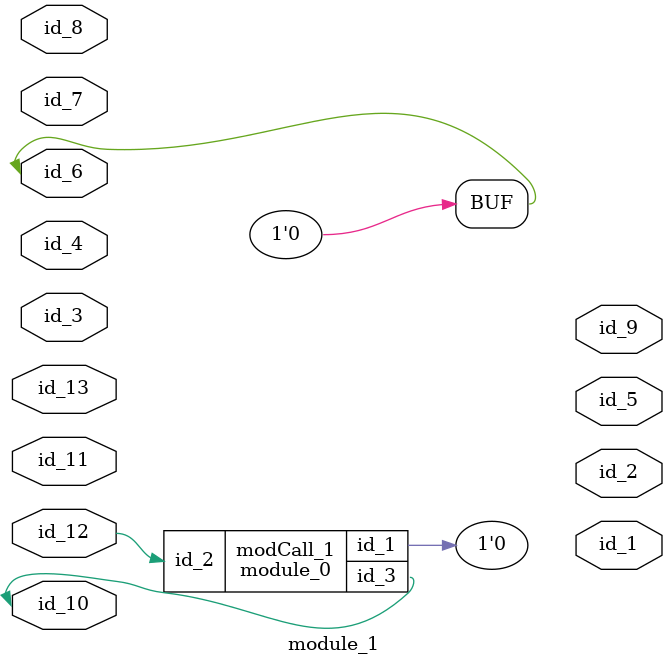
<source format=v>
module module_0 (
    id_1,
    id_2,
    id_3
);
  inout wire id_3;
  input wire id_2;
  inout wire id_1;
  wire id_4;
  wire id_5;
endmodule
module module_1 (
    id_1,
    id_2,
    id_3,
    id_4,
    id_5,
    id_6,
    id_7,
    id_8,
    id_9,
    id_10,
    id_11,
    id_12,
    id_13
);
  input wire id_13;
  input wire id_12;
  inout wire id_11;
  inout wire id_10;
  output wire id_9;
  input wire id_8;
  input wire id_7;
  inout wire id_6;
  output wire id_5;
  input wire id_4;
  input wire id_3;
  output wire id_2;
  output wire id_1;
  assign id_6 = -1'b0;
  module_0 modCall_1 (
      id_6,
      id_12,
      id_10
  );
endmodule

</source>
